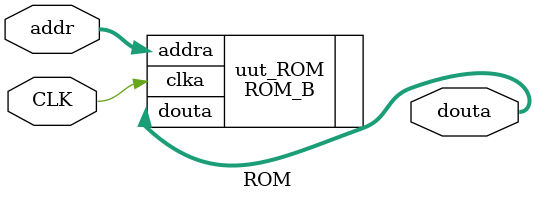
<source format=v>
`timescale 1ns / 1ps

module ROM(CLK,addr,douta);
    input CLK;  
	 input [7:2]addr; 
	 output [31:0]douta;  
	 ROM_B uut_ROM (
	 .clka(CLK), // input clka 	 
	 .addra(addr[7:2]), // input [5 : 0] addra 	 
	 .douta(douta) // output [31 : 0] douta 
	 );  

endmodule 

</source>
